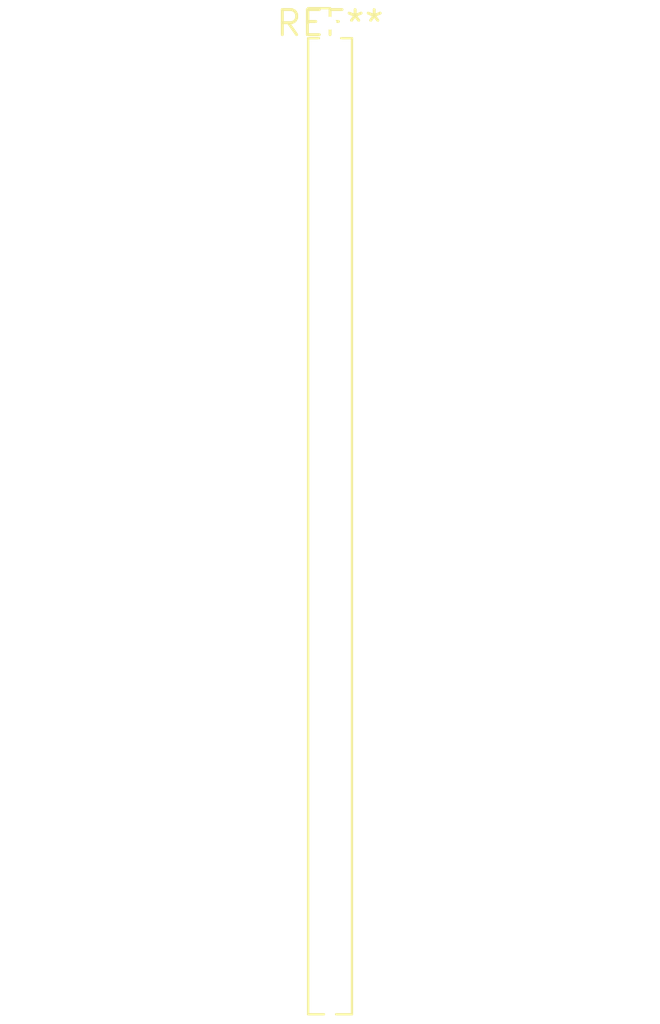
<source format=kicad_pcb>
(kicad_pcb (version 20240108) (generator pcbnew)
  (layers (0 "F.Cu" signal) (31 "B.Cu" signal) (34 "B.Paste" user) (35 "F.Paste" user) (36 "B.SilkS" user "B.Silkscreen") (37 "F.SilkS" user "F.Silkscreen") (38 "B.Mask" user) (39 "F.Mask" user) (44 "Edge.Cuts" user))
  (net 0 "")
  (footprint "PinHeader_1x40_P1.27mm_Vertical" (layer "F.Cu") (at 0 0)
    (property "Reference" "REF**")
    (property "Value" "PinHeader_1x40_P1.27mm_Vertical")
    (fp_line (start -1.11 -0.76) (end 0 -0.76) (layer "F.SilkS") (stroke (width 0.12)))
    (fp_line (start -1.11 0) (end -1.11 -0.76) (layer "F.SilkS") (stroke (width 0.12)))
    (fp_line (start -1.11 0.76) (end -1.11 50.225) (layer "F.SilkS") (stroke (width 0.12)))
    (fp_line (start -1.11 0.76) (end -0.563471 0.76) (layer "F.SilkS") (stroke (width 0.12)))
    (fp_line (start -1.11 50.225) (end -0.30753 50.225) (layer "F.SilkS") (stroke (width 0.12)))
    (fp_line (start 0.30753 50.225) (end 1.11 50.225) (layer "F.SilkS") (stroke (width 0.12)))
    (fp_line (start 0.563471 0.76) (end 1.11 0.76) (layer "F.SilkS") (stroke (width 0.12)))
    (fp_line (start 1.11 0.76) (end 1.11 50.225) (layer "F.SilkS") (stroke (width 0.12)))
    (pad "1" thru_hole rect (at 0 0) (size 1 1) (drill 0.65) (layers *.Cu *.Mask) (remove_unused_layers))
    (pad "2" thru_hole oval (at 0 1.27) (size 1 1) (drill 0.65) (layers *.Cu *.Mask) (remove_unused_layers))
    (pad "3" thru_hole oval (at 0 2.54) (size 1 1) (drill 0.65) (layers *.Cu *.Mask) (remove_unused_layers))
    (pad "4" thru_hole oval (at 0 3.81) (size 1 1) (drill 0.65) (layers *.Cu *.Mask) (remove_unused_layers))
    (pad "5" thru_hole oval (at 0 5.08) (size 1 1) (drill 0.65) (layers *.Cu *.Mask) (remove_unused_layers))
    (pad "6" thru_hole oval (at 0 6.35) (size 1 1) (drill 0.65) (layers *.Cu *.Mask) (remove_unused_layers))
    (pad "7" thru_hole oval (at 0 7.62) (size 1 1) (drill 0.65) (layers *.Cu *.Mask) (remove_unused_layers))
    (pad "8" thru_hole oval (at 0 8.89) (size 1 1) (drill 0.65) (layers *.Cu *.Mask) (remove_unused_layers))
    (pad "9" thru_hole oval (at 0 10.16) (size 1 1) (drill 0.65) (layers *.Cu *.Mask) (remove_unused_layers))
    (pad "10" thru_hole oval (at 0 11.43) (size 1 1) (drill 0.65) (layers *.Cu *.Mask) (remove_unused_layers))
    (pad "11" thru_hole oval (at 0 12.7) (size 1 1) (drill 0.65) (layers *.Cu *.Mask) (remove_unused_layers))
    (pad "12" thru_hole oval (at 0 13.97) (size 1 1) (drill 0.65) (layers *.Cu *.Mask) (remove_unused_layers))
    (pad "13" thru_hole oval (at 0 15.24) (size 1 1) (drill 0.65) (layers *.Cu *.Mask) (remove_unused_layers))
    (pad "14" thru_hole oval (at 0 16.51) (size 1 1) (drill 0.65) (layers *.Cu *.Mask) (remove_unused_layers))
    (pad "15" thru_hole oval (at 0 17.78) (size 1 1) (drill 0.65) (layers *.Cu *.Mask) (remove_unused_layers))
    (pad "16" thru_hole oval (at 0 19.05) (size 1 1) (drill 0.65) (layers *.Cu *.Mask) (remove_unused_layers))
    (pad "17" thru_hole oval (at 0 20.32) (size 1 1) (drill 0.65) (layers *.Cu *.Mask) (remove_unused_layers))
    (pad "18" thru_hole oval (at 0 21.59) (size 1 1) (drill 0.65) (layers *.Cu *.Mask) (remove_unused_layers))
    (pad "19" thru_hole oval (at 0 22.86) (size 1 1) (drill 0.65) (layers *.Cu *.Mask) (remove_unused_layers))
    (pad "20" thru_hole oval (at 0 24.13) (size 1 1) (drill 0.65) (layers *.Cu *.Mask) (remove_unused_layers))
    (pad "21" thru_hole oval (at 0 25.4) (size 1 1) (drill 0.65) (layers *.Cu *.Mask) (remove_unused_layers))
    (pad "22" thru_hole oval (at 0 26.67) (size 1 1) (drill 0.65) (layers *.Cu *.Mask) (remove_unused_layers))
    (pad "23" thru_hole oval (at 0 27.94) (size 1 1) (drill 0.65) (layers *.Cu *.Mask) (remove_unused_layers))
    (pad "24" thru_hole oval (at 0 29.21) (size 1 1) (drill 0.65) (layers *.Cu *.Mask) (remove_unused_layers))
    (pad "25" thru_hole oval (at 0 30.48) (size 1 1) (drill 0.65) (layers *.Cu *.Mask) (remove_unused_layers))
    (pad "26" thru_hole oval (at 0 31.75) (size 1 1) (drill 0.65) (layers *.Cu *.Mask) (remove_unused_layers))
    (pad "27" thru_hole oval (at 0 33.02) (size 1 1) (drill 0.65) (layers *.Cu *.Mask) (remove_unused_layers))
    (pad "28" thru_hole oval (at 0 34.29) (size 1 1) (drill 0.65) (layers *.Cu *.Mask) (remove_unused_layers))
    (pad "29" thru_hole oval (at 0 35.56) (size 1 1) (drill 0.65) (layers *.Cu *.Mask) (remove_unused_layers))
    (pad "30" thru_hole oval (at 0 36.83) (size 1 1) (drill 0.65) (layers *.Cu *.Mask) (remove_unused_layers))
    (pad "31" thru_hole oval (at 0 38.1) (size 1 1) (drill 0.65) (layers *.Cu *.Mask) (remove_unused_layers))
    (pad "32" thru_hole oval (at 0 39.37) (size 1 1) (drill 0.65) (layers *.Cu *.Mask) (remove_unused_layers))
    (pad "33" thru_hole oval (at 0 40.64) (size 1 1) (drill 0.65) (layers *.Cu *.Mask) (remove_unused_layers))
    (pad "34" thru_hole oval (at 0 41.91) (size 1 1) (drill 0.65) (layers *.Cu *.Mask) (remove_unused_layers))
    (pad "35" thru_hole oval (at 0 43.18) (size 1 1) (drill 0.65) (layers *.Cu *.Mask) (remove_unused_layers))
    (pad "36" thru_hole oval (at 0 44.45) (size 1 1) (drill 0.65) (layers *.Cu *.Mask) (remove_unused_layers))
    (pad "37" thru_hole oval (at 0 45.72) (size 1 1) (drill 0.65) (layers *.Cu *.Mask) (remove_unused_layers))
    (pad "38" thru_hole oval (at 0 46.99) (size 1 1) (drill 0.65) (layers *.Cu *.Mask) (remove_unused_layers))
    (pad "39" thru_hole oval (at 0 48.26) (size 1 1) (drill 0.65) (layers *.Cu *.Mask) (remove_unused_layers))
    (pad "40" thru_hole oval (at 0 49.53) (size 1 1) (drill 0.65) (layers *.Cu *.Mask) (remove_unused_layers))
  )
)
</source>
